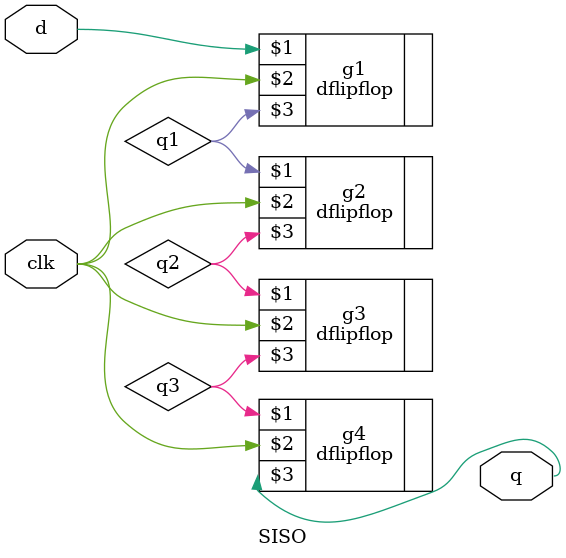
<source format=v>
module SISO(
    input d,clk,
    output q
    );
wire q1,q2,q3;
    dflipflop g1(d, clk, q1);
    dflipflop g2(q1, clk, q2);
    dflipflop g3(q2, clk, q3);
    dflipflop g4(q3, clk, q);

endmodule

</source>
